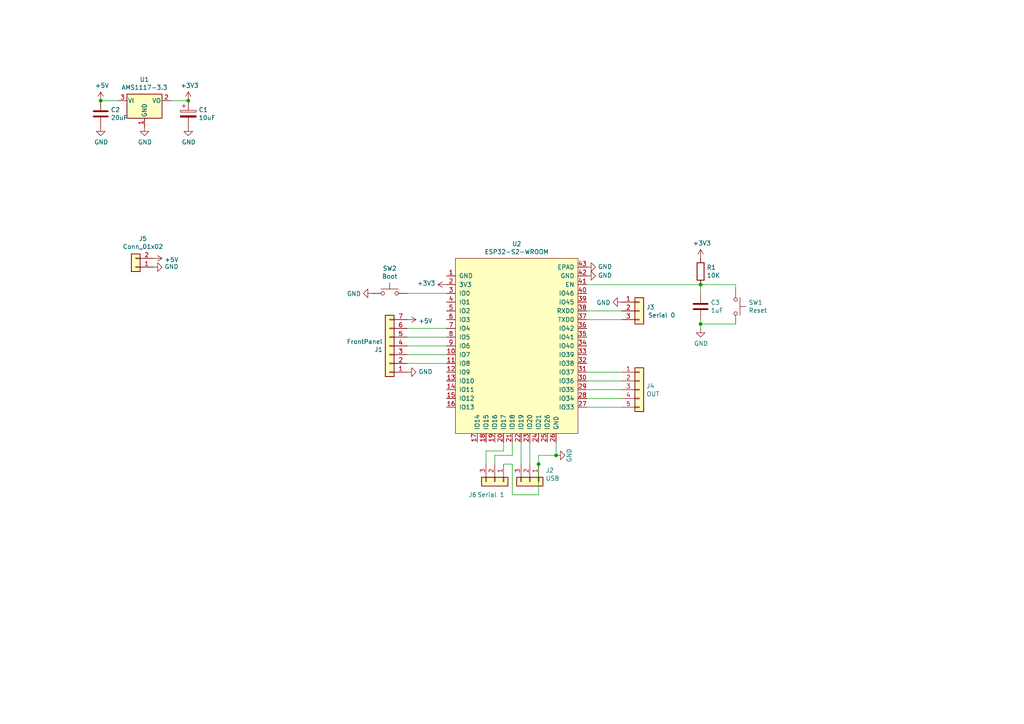
<source format=kicad_sch>
(kicad_sch (version 20211123) (generator eeschema)

  (uuid 941a050f-ace2-431e-a1e7-152b3e62fad3)

  (paper "A4")

  (lib_symbols
    (symbol "Connector_Generic:Conn_01x02" (pin_names (offset 1.016) hide) (in_bom yes) (on_board yes)
      (property "Reference" "J" (id 0) (at 0 2.54 0)
        (effects (font (size 1.27 1.27)))
      )
      (property "Value" "Conn_01x02" (id 1) (at 0 -5.08 0)
        (effects (font (size 1.27 1.27)))
      )
      (property "Footprint" "" (id 2) (at 0 0 0)
        (effects (font (size 1.27 1.27)) hide)
      )
      (property "Datasheet" "~" (id 3) (at 0 0 0)
        (effects (font (size 1.27 1.27)) hide)
      )
      (property "ki_keywords" "connector" (id 4) (at 0 0 0)
        (effects (font (size 1.27 1.27)) hide)
      )
      (property "ki_description" "Generic connector, single row, 01x02, script generated (kicad-library-utils/schlib/autogen/connector/)" (id 5) (at 0 0 0)
        (effects (font (size 1.27 1.27)) hide)
      )
      (property "ki_fp_filters" "Connector*:*_1x??_*" (id 6) (at 0 0 0)
        (effects (font (size 1.27 1.27)) hide)
      )
      (symbol "Conn_01x02_1_1"
        (rectangle (start -1.27 -2.413) (end 0 -2.667)
          (stroke (width 0.1524) (type default) (color 0 0 0 0))
          (fill (type none))
        )
        (rectangle (start -1.27 0.127) (end 0 -0.127)
          (stroke (width 0.1524) (type default) (color 0 0 0 0))
          (fill (type none))
        )
        (rectangle (start -1.27 1.27) (end 1.27 -3.81)
          (stroke (width 0.254) (type default) (color 0 0 0 0))
          (fill (type background))
        )
        (pin passive line (at -5.08 0 0) (length 3.81)
          (name "Pin_1" (effects (font (size 1.27 1.27))))
          (number "1" (effects (font (size 1.27 1.27))))
        )
        (pin passive line (at -5.08 -2.54 0) (length 3.81)
          (name "Pin_2" (effects (font (size 1.27 1.27))))
          (number "2" (effects (font (size 1.27 1.27))))
        )
      )
    )
    (symbol "Connector_Generic:Conn_01x03" (pin_names (offset 1.016) hide) (in_bom yes) (on_board yes)
      (property "Reference" "J" (id 0) (at 0 5.08 0)
        (effects (font (size 1.27 1.27)))
      )
      (property "Value" "Conn_01x03" (id 1) (at 0 -5.08 0)
        (effects (font (size 1.27 1.27)))
      )
      (property "Footprint" "" (id 2) (at 0 0 0)
        (effects (font (size 1.27 1.27)) hide)
      )
      (property "Datasheet" "~" (id 3) (at 0 0 0)
        (effects (font (size 1.27 1.27)) hide)
      )
      (property "ki_keywords" "connector" (id 4) (at 0 0 0)
        (effects (font (size 1.27 1.27)) hide)
      )
      (property "ki_description" "Generic connector, single row, 01x03, script generated (kicad-library-utils/schlib/autogen/connector/)" (id 5) (at 0 0 0)
        (effects (font (size 1.27 1.27)) hide)
      )
      (property "ki_fp_filters" "Connector*:*_1x??_*" (id 6) (at 0 0 0)
        (effects (font (size 1.27 1.27)) hide)
      )
      (symbol "Conn_01x03_1_1"
        (rectangle (start -1.27 -2.413) (end 0 -2.667)
          (stroke (width 0.1524) (type default) (color 0 0 0 0))
          (fill (type none))
        )
        (rectangle (start -1.27 0.127) (end 0 -0.127)
          (stroke (width 0.1524) (type default) (color 0 0 0 0))
          (fill (type none))
        )
        (rectangle (start -1.27 2.667) (end 0 2.413)
          (stroke (width 0.1524) (type default) (color 0 0 0 0))
          (fill (type none))
        )
        (rectangle (start -1.27 3.81) (end 1.27 -3.81)
          (stroke (width 0.254) (type default) (color 0 0 0 0))
          (fill (type background))
        )
        (pin passive line (at -5.08 2.54 0) (length 3.81)
          (name "Pin_1" (effects (font (size 1.27 1.27))))
          (number "1" (effects (font (size 1.27 1.27))))
        )
        (pin passive line (at -5.08 0 0) (length 3.81)
          (name "Pin_2" (effects (font (size 1.27 1.27))))
          (number "2" (effects (font (size 1.27 1.27))))
        )
        (pin passive line (at -5.08 -2.54 0) (length 3.81)
          (name "Pin_3" (effects (font (size 1.27 1.27))))
          (number "3" (effects (font (size 1.27 1.27))))
        )
      )
    )
    (symbol "Connector_Generic:Conn_01x05" (pin_names (offset 1.016) hide) (in_bom yes) (on_board yes)
      (property "Reference" "J" (id 0) (at 0 7.62 0)
        (effects (font (size 1.27 1.27)))
      )
      (property "Value" "Conn_01x05" (id 1) (at 0 -7.62 0)
        (effects (font (size 1.27 1.27)))
      )
      (property "Footprint" "" (id 2) (at 0 0 0)
        (effects (font (size 1.27 1.27)) hide)
      )
      (property "Datasheet" "~" (id 3) (at 0 0 0)
        (effects (font (size 1.27 1.27)) hide)
      )
      (property "ki_keywords" "connector" (id 4) (at 0 0 0)
        (effects (font (size 1.27 1.27)) hide)
      )
      (property "ki_description" "Generic connector, single row, 01x05, script generated (kicad-library-utils/schlib/autogen/connector/)" (id 5) (at 0 0 0)
        (effects (font (size 1.27 1.27)) hide)
      )
      (property "ki_fp_filters" "Connector*:*_1x??_*" (id 6) (at 0 0 0)
        (effects (font (size 1.27 1.27)) hide)
      )
      (symbol "Conn_01x05_1_1"
        (rectangle (start -1.27 -4.953) (end 0 -5.207)
          (stroke (width 0.1524) (type default) (color 0 0 0 0))
          (fill (type none))
        )
        (rectangle (start -1.27 -2.413) (end 0 -2.667)
          (stroke (width 0.1524) (type default) (color 0 0 0 0))
          (fill (type none))
        )
        (rectangle (start -1.27 0.127) (end 0 -0.127)
          (stroke (width 0.1524) (type default) (color 0 0 0 0))
          (fill (type none))
        )
        (rectangle (start -1.27 2.667) (end 0 2.413)
          (stroke (width 0.1524) (type default) (color 0 0 0 0))
          (fill (type none))
        )
        (rectangle (start -1.27 5.207) (end 0 4.953)
          (stroke (width 0.1524) (type default) (color 0 0 0 0))
          (fill (type none))
        )
        (rectangle (start -1.27 6.35) (end 1.27 -6.35)
          (stroke (width 0.254) (type default) (color 0 0 0 0))
          (fill (type background))
        )
        (pin passive line (at -5.08 5.08 0) (length 3.81)
          (name "Pin_1" (effects (font (size 1.27 1.27))))
          (number "1" (effects (font (size 1.27 1.27))))
        )
        (pin passive line (at -5.08 2.54 0) (length 3.81)
          (name "Pin_2" (effects (font (size 1.27 1.27))))
          (number "2" (effects (font (size 1.27 1.27))))
        )
        (pin passive line (at -5.08 0 0) (length 3.81)
          (name "Pin_3" (effects (font (size 1.27 1.27))))
          (number "3" (effects (font (size 1.27 1.27))))
        )
        (pin passive line (at -5.08 -2.54 0) (length 3.81)
          (name "Pin_4" (effects (font (size 1.27 1.27))))
          (number "4" (effects (font (size 1.27 1.27))))
        )
        (pin passive line (at -5.08 -5.08 0) (length 3.81)
          (name "Pin_5" (effects (font (size 1.27 1.27))))
          (number "5" (effects (font (size 1.27 1.27))))
        )
      )
    )
    (symbol "Connector_Generic:Conn_01x07" (pin_names (offset 1.016) hide) (in_bom yes) (on_board yes)
      (property "Reference" "J" (id 0) (at 0 10.16 0)
        (effects (font (size 1.27 1.27)))
      )
      (property "Value" "Conn_01x07" (id 1) (at 0 -10.16 0)
        (effects (font (size 1.27 1.27)))
      )
      (property "Footprint" "" (id 2) (at 0 0 0)
        (effects (font (size 1.27 1.27)) hide)
      )
      (property "Datasheet" "~" (id 3) (at 0 0 0)
        (effects (font (size 1.27 1.27)) hide)
      )
      (property "ki_keywords" "connector" (id 4) (at 0 0 0)
        (effects (font (size 1.27 1.27)) hide)
      )
      (property "ki_description" "Generic connector, single row, 01x07, script generated (kicad-library-utils/schlib/autogen/connector/)" (id 5) (at 0 0 0)
        (effects (font (size 1.27 1.27)) hide)
      )
      (property "ki_fp_filters" "Connector*:*_1x??_*" (id 6) (at 0 0 0)
        (effects (font (size 1.27 1.27)) hide)
      )
      (symbol "Conn_01x07_1_1"
        (rectangle (start -1.27 -7.493) (end 0 -7.747)
          (stroke (width 0.1524) (type default) (color 0 0 0 0))
          (fill (type none))
        )
        (rectangle (start -1.27 -4.953) (end 0 -5.207)
          (stroke (width 0.1524) (type default) (color 0 0 0 0))
          (fill (type none))
        )
        (rectangle (start -1.27 -2.413) (end 0 -2.667)
          (stroke (width 0.1524) (type default) (color 0 0 0 0))
          (fill (type none))
        )
        (rectangle (start -1.27 0.127) (end 0 -0.127)
          (stroke (width 0.1524) (type default) (color 0 0 0 0))
          (fill (type none))
        )
        (rectangle (start -1.27 2.667) (end 0 2.413)
          (stroke (width 0.1524) (type default) (color 0 0 0 0))
          (fill (type none))
        )
        (rectangle (start -1.27 5.207) (end 0 4.953)
          (stroke (width 0.1524) (type default) (color 0 0 0 0))
          (fill (type none))
        )
        (rectangle (start -1.27 7.747) (end 0 7.493)
          (stroke (width 0.1524) (type default) (color 0 0 0 0))
          (fill (type none))
        )
        (rectangle (start -1.27 8.89) (end 1.27 -8.89)
          (stroke (width 0.254) (type default) (color 0 0 0 0))
          (fill (type background))
        )
        (pin passive line (at -5.08 7.62 0) (length 3.81)
          (name "Pin_1" (effects (font (size 1.27 1.27))))
          (number "1" (effects (font (size 1.27 1.27))))
        )
        (pin passive line (at -5.08 5.08 0) (length 3.81)
          (name "Pin_2" (effects (font (size 1.27 1.27))))
          (number "2" (effects (font (size 1.27 1.27))))
        )
        (pin passive line (at -5.08 2.54 0) (length 3.81)
          (name "Pin_3" (effects (font (size 1.27 1.27))))
          (number "3" (effects (font (size 1.27 1.27))))
        )
        (pin passive line (at -5.08 0 0) (length 3.81)
          (name "Pin_4" (effects (font (size 1.27 1.27))))
          (number "4" (effects (font (size 1.27 1.27))))
        )
        (pin passive line (at -5.08 -2.54 0) (length 3.81)
          (name "Pin_5" (effects (font (size 1.27 1.27))))
          (number "5" (effects (font (size 1.27 1.27))))
        )
        (pin passive line (at -5.08 -5.08 0) (length 3.81)
          (name "Pin_6" (effects (font (size 1.27 1.27))))
          (number "6" (effects (font (size 1.27 1.27))))
        )
        (pin passive line (at -5.08 -7.62 0) (length 3.81)
          (name "Pin_7" (effects (font (size 1.27 1.27))))
          (number "7" (effects (font (size 1.27 1.27))))
        )
      )
    )
    (symbol "Device:C" (pin_numbers hide) (pin_names (offset 0.254)) (in_bom yes) (on_board yes)
      (property "Reference" "C" (id 0) (at 0.635 2.54 0)
        (effects (font (size 1.27 1.27)) (justify left))
      )
      (property "Value" "C" (id 1) (at 0.635 -2.54 0)
        (effects (font (size 1.27 1.27)) (justify left))
      )
      (property "Footprint" "" (id 2) (at 0.9652 -3.81 0)
        (effects (font (size 1.27 1.27)) hide)
      )
      (property "Datasheet" "~" (id 3) (at 0 0 0)
        (effects (font (size 1.27 1.27)) hide)
      )
      (property "ki_keywords" "cap capacitor" (id 4) (at 0 0 0)
        (effects (font (size 1.27 1.27)) hide)
      )
      (property "ki_description" "Unpolarized capacitor" (id 5) (at 0 0 0)
        (effects (font (size 1.27 1.27)) hide)
      )
      (property "ki_fp_filters" "C_*" (id 6) (at 0 0 0)
        (effects (font (size 1.27 1.27)) hide)
      )
      (symbol "C_0_1"
        (polyline
          (pts
            (xy -2.032 -0.762)
            (xy 2.032 -0.762)
          )
          (stroke (width 0.508) (type default) (color 0 0 0 0))
          (fill (type none))
        )
        (polyline
          (pts
            (xy -2.032 0.762)
            (xy 2.032 0.762)
          )
          (stroke (width 0.508) (type default) (color 0 0 0 0))
          (fill (type none))
        )
      )
      (symbol "C_1_1"
        (pin passive line (at 0 3.81 270) (length 2.794)
          (name "~" (effects (font (size 1.27 1.27))))
          (number "1" (effects (font (size 1.27 1.27))))
        )
        (pin passive line (at 0 -3.81 90) (length 2.794)
          (name "~" (effects (font (size 1.27 1.27))))
          (number "2" (effects (font (size 1.27 1.27))))
        )
      )
    )
    (symbol "Device:R" (pin_numbers hide) (pin_names (offset 0)) (in_bom yes) (on_board yes)
      (property "Reference" "R" (id 0) (at 2.032 0 90)
        (effects (font (size 1.27 1.27)))
      )
      (property "Value" "R" (id 1) (at 0 0 90)
        (effects (font (size 1.27 1.27)))
      )
      (property "Footprint" "" (id 2) (at -1.778 0 90)
        (effects (font (size 1.27 1.27)) hide)
      )
      (property "Datasheet" "~" (id 3) (at 0 0 0)
        (effects (font (size 1.27 1.27)) hide)
      )
      (property "ki_keywords" "R res resistor" (id 4) (at 0 0 0)
        (effects (font (size 1.27 1.27)) hide)
      )
      (property "ki_description" "Resistor" (id 5) (at 0 0 0)
        (effects (font (size 1.27 1.27)) hide)
      )
      (property "ki_fp_filters" "R_*" (id 6) (at 0 0 0)
        (effects (font (size 1.27 1.27)) hide)
      )
      (symbol "R_0_1"
        (rectangle (start -1.016 -2.54) (end 1.016 2.54)
          (stroke (width 0.254) (type default) (color 0 0 0 0))
          (fill (type none))
        )
      )
      (symbol "R_1_1"
        (pin passive line (at 0 3.81 270) (length 1.27)
          (name "~" (effects (font (size 1.27 1.27))))
          (number "1" (effects (font (size 1.27 1.27))))
        )
        (pin passive line (at 0 -3.81 90) (length 1.27)
          (name "~" (effects (font (size 1.27 1.27))))
          (number "2" (effects (font (size 1.27 1.27))))
        )
      )
    )
    (symbol "Regulator_Linear:AMS1117-3.3" (pin_names (offset 0.254)) (in_bom yes) (on_board yes)
      (property "Reference" "U" (id 0) (at -3.81 3.175 0)
        (effects (font (size 1.27 1.27)))
      )
      (property "Value" "AMS1117-3.3" (id 1) (at 0 3.175 0)
        (effects (font (size 1.27 1.27)) (justify left))
      )
      (property "Footprint" "Package_TO_SOT_SMD:SOT-223-3_TabPin2" (id 2) (at 0 5.08 0)
        (effects (font (size 1.27 1.27)) hide)
      )
      (property "Datasheet" "http://www.advanced-monolithic.com/pdf/ds1117.pdf" (id 3) (at 2.54 -6.35 0)
        (effects (font (size 1.27 1.27)) hide)
      )
      (property "ki_keywords" "linear regulator ldo fixed positive" (id 4) (at 0 0 0)
        (effects (font (size 1.27 1.27)) hide)
      )
      (property "ki_description" "1A Low Dropout regulator, positive, 3.3V fixed output, SOT-223" (id 5) (at 0 0 0)
        (effects (font (size 1.27 1.27)) hide)
      )
      (property "ki_fp_filters" "SOT?223*TabPin2*" (id 6) (at 0 0 0)
        (effects (font (size 1.27 1.27)) hide)
      )
      (symbol "AMS1117-3.3_0_1"
        (rectangle (start -5.08 -5.08) (end 5.08 1.905)
          (stroke (width 0.254) (type default) (color 0 0 0 0))
          (fill (type background))
        )
      )
      (symbol "AMS1117-3.3_1_1"
        (pin power_in line (at 0 -7.62 90) (length 2.54)
          (name "GND" (effects (font (size 1.27 1.27))))
          (number "1" (effects (font (size 1.27 1.27))))
        )
        (pin power_out line (at 7.62 0 180) (length 2.54)
          (name "VO" (effects (font (size 1.27 1.27))))
          (number "2" (effects (font (size 1.27 1.27))))
        )
        (pin power_in line (at -7.62 0 0) (length 2.54)
          (name "VI" (effects (font (size 1.27 1.27))))
          (number "3" (effects (font (size 1.27 1.27))))
        )
      )
    )
    (symbol "Switch:SW_Push" (pin_numbers hide) (pin_names (offset 1.016) hide) (in_bom yes) (on_board yes)
      (property "Reference" "SW" (id 0) (at 1.27 2.54 0)
        (effects (font (size 1.27 1.27)) (justify left))
      )
      (property "Value" "SW_Push" (id 1) (at 0 -1.524 0)
        (effects (font (size 1.27 1.27)))
      )
      (property "Footprint" "" (id 2) (at 0 5.08 0)
        (effects (font (size 1.27 1.27)) hide)
      )
      (property "Datasheet" "~" (id 3) (at 0 5.08 0)
        (effects (font (size 1.27 1.27)) hide)
      )
      (property "ki_keywords" "switch normally-open pushbutton push-button" (id 4) (at 0 0 0)
        (effects (font (size 1.27 1.27)) hide)
      )
      (property "ki_description" "Push button switch, generic, two pins" (id 5) (at 0 0 0)
        (effects (font (size 1.27 1.27)) hide)
      )
      (symbol "SW_Push_0_1"
        (circle (center -2.032 0) (radius 0.508)
          (stroke (width 0) (type default) (color 0 0 0 0))
          (fill (type none))
        )
        (polyline
          (pts
            (xy 0 1.27)
            (xy 0 3.048)
          )
          (stroke (width 0) (type default) (color 0 0 0 0))
          (fill (type none))
        )
        (polyline
          (pts
            (xy 2.54 1.27)
            (xy -2.54 1.27)
          )
          (stroke (width 0) (type default) (color 0 0 0 0))
          (fill (type none))
        )
        (circle (center 2.032 0) (radius 0.508)
          (stroke (width 0) (type default) (color 0 0 0 0))
          (fill (type none))
        )
        (pin passive line (at -5.08 0 0) (length 2.54)
          (name "1" (effects (font (size 1.27 1.27))))
          (number "1" (effects (font (size 1.27 1.27))))
        )
        (pin passive line (at 5.08 0 180) (length 2.54)
          (name "2" (effects (font (size 1.27 1.27))))
          (number "2" (effects (font (size 1.27 1.27))))
        )
      )
    )
    (symbol "breakout_board-rescue:CP-Device" (pin_numbers hide) (pin_names (offset 0.254)) (in_bom yes) (on_board yes)
      (property "Reference" "C" (id 0) (at 0.635 2.54 0)
        (effects (font (size 1.27 1.27)) (justify left))
      )
      (property "Value" "CP-Device" (id 1) (at 0.635 -2.54 0)
        (effects (font (size 1.27 1.27)) (justify left))
      )
      (property "Footprint" "" (id 2) (at 0.9652 -3.81 0)
        (effects (font (size 1.27 1.27)) hide)
      )
      (property "Datasheet" "" (id 3) (at 0 0 0)
        (effects (font (size 1.27 1.27)) hide)
      )
      (property "ki_fp_filters" "CP_*" (id 4) (at 0 0 0)
        (effects (font (size 1.27 1.27)) hide)
      )
      (symbol "CP-Device_0_1"
        (rectangle (start -2.286 0.508) (end 2.286 1.016)
          (stroke (width 0) (type default) (color 0 0 0 0))
          (fill (type none))
        )
        (polyline
          (pts
            (xy -1.778 2.286)
            (xy -0.762 2.286)
          )
          (stroke (width 0) (type default) (color 0 0 0 0))
          (fill (type none))
        )
        (polyline
          (pts
            (xy -1.27 2.794)
            (xy -1.27 1.778)
          )
          (stroke (width 0) (type default) (color 0 0 0 0))
          (fill (type none))
        )
        (rectangle (start 2.286 -0.508) (end -2.286 -1.016)
          (stroke (width 0) (type default) (color 0 0 0 0))
          (fill (type outline))
        )
      )
      (symbol "CP-Device_1_1"
        (pin passive line (at 0 3.81 270) (length 2.794)
          (name "~" (effects (font (size 1.27 1.27))))
          (number "1" (effects (font (size 1.27 1.27))))
        )
        (pin passive line (at 0 -3.81 90) (length 2.794)
          (name "~" (effects (font (size 1.27 1.27))))
          (number "2" (effects (font (size 1.27 1.27))))
        )
      )
    )
    (symbol "breakout_board-rescue:ESP32-S2-WROOM-ESP32-S2-WROOM" (pin_names (offset 1.016)) (in_bom yes) (on_board yes)
      (property "Reference" "U" (id 0) (at 0 6.35 0)
        (effects (font (size 1.27 1.27)))
      )
      (property "Value" "ESP32-S2-WROOM-ESP32-S2-WROOM" (id 1) (at 0 3.81 0)
        (effects (font (size 1.27 1.27)))
      )
      (property "Footprint" "" (id 2) (at 0 8.89 0)
        (effects (font (size 1.27 1.27)) hide)
      )
      (property "Datasheet" "" (id 3) (at 0 10.16 0)
        (effects (font (size 1.27 1.27)) hide)
      )
      (symbol "ESP32-S2-WROOM-ESP32-S2-WROOM_0_0"
        (pin power_in line (at -20.32 -5.08 0) (length 2.54)
          (name "GND" (effects (font (size 1.27 1.27))))
          (number "1" (effects (font (size 1.27 1.27))))
        )
        (pin power_in line (at -20.32 -7.62 0) (length 2.54)
          (name "3V3" (effects (font (size 1.27 1.27))))
          (number "2" (effects (font (size 1.27 1.27))))
        )
        (pin tri_state line (at -20.32 -10.16 0) (length 2.54)
          (name "IO0" (effects (font (size 1.27 1.27))))
          (number "3" (effects (font (size 1.27 1.27))))
        )
        (pin tri_state line (at -20.32 -12.7 0) (length 2.54)
          (name "IO1" (effects (font (size 1.27 1.27))))
          (number "4" (effects (font (size 1.27 1.27))))
        )
        (pin tri_state line (at -20.32 -15.24 0) (length 2.54)
          (name "IO2" (effects (font (size 1.27 1.27))))
          (number "5" (effects (font (size 1.27 1.27))))
        )
      )
      (symbol "ESP32-S2-WROOM-ESP32-S2-WROOM_0_1"
        (rectangle (start -17.78 0) (end 17.78 -50.8)
          (stroke (width 0) (type default) (color 0 0 0 0))
          (fill (type background))
        )
      )
      (symbol "ESP32-S2-WROOM-ESP32-S2-WROOM_1_1"
        (pin tri_state line (at -20.32 -27.94 0) (length 2.54)
          (name "IO7" (effects (font (size 1.27 1.27))))
          (number "10" (effects (font (size 1.27 1.27))))
        )
        (pin tri_state line (at -20.32 -30.48 0) (length 2.54)
          (name "IO8" (effects (font (size 1.27 1.27))))
          (number "11" (effects (font (size 1.27 1.27))))
        )
        (pin tri_state line (at -20.32 -33.02 0) (length 2.54)
          (name "IO9" (effects (font (size 1.27 1.27))))
          (number "12" (effects (font (size 1.27 1.27))))
        )
        (pin tri_state line (at -20.32 -35.56 0) (length 2.54)
          (name "IO10" (effects (font (size 1.27 1.27))))
          (number "13" (effects (font (size 1.27 1.27))))
        )
        (pin tri_state line (at -20.32 -38.1 0) (length 2.54)
          (name "IO11" (effects (font (size 1.27 1.27))))
          (number "14" (effects (font (size 1.27 1.27))))
        )
        (pin tri_state line (at -20.32 -40.64 0) (length 2.54)
          (name "IO12" (effects (font (size 1.27 1.27))))
          (number "15" (effects (font (size 1.27 1.27))))
        )
        (pin tri_state line (at -20.32 -43.18 0) (length 2.54)
          (name "IO13" (effects (font (size 1.27 1.27))))
          (number "16" (effects (font (size 1.27 1.27))))
        )
        (pin tri_state line (at -11.43 -53.34 90) (length 2.54)
          (name "IO14" (effects (font (size 1.27 1.27))))
          (number "17" (effects (font (size 1.27 1.27))))
        )
        (pin tri_state line (at -8.89 -53.34 90) (length 2.54)
          (name "IO15" (effects (font (size 1.27 1.27))))
          (number "18" (effects (font (size 1.27 1.27))))
        )
        (pin tri_state line (at -6.35 -53.34 90) (length 2.54)
          (name "IO16" (effects (font (size 1.27 1.27))))
          (number "19" (effects (font (size 1.27 1.27))))
        )
        (pin tri_state line (at -3.81 -53.34 90) (length 2.54)
          (name "IO17" (effects (font (size 1.27 1.27))))
          (number "20" (effects (font (size 1.27 1.27))))
        )
        (pin tri_state line (at -1.27 -53.34 90) (length 2.54)
          (name "IO18" (effects (font (size 1.27 1.27))))
          (number "21" (effects (font (size 1.27 1.27))))
        )
        (pin tri_state line (at 1.27 -53.34 90) (length 2.54)
          (name "IO19" (effects (font (size 1.27 1.27))))
          (number "22" (effects (font (size 1.27 1.27))))
        )
        (pin tri_state line (at 3.81 -53.34 90) (length 2.54)
          (name "IO20" (effects (font (size 1.27 1.27))))
          (number "23" (effects (font (size 1.27 1.27))))
        )
        (pin tri_state line (at 6.35 -53.34 90) (length 2.54)
          (name "IO21" (effects (font (size 1.27 1.27))))
          (number "24" (effects (font (size 1.27 1.27))))
        )
        (pin tri_state line (at 8.89 -53.34 90) (length 2.54)
          (name "IO26" (effects (font (size 1.27 1.27))))
          (number "25" (effects (font (size 1.27 1.27))))
        )
        (pin power_in line (at 11.43 -53.34 90) (length 2.54)
          (name "GND" (effects (font (size 1.27 1.27))))
          (number "26" (effects (font (size 1.27 1.27))))
        )
        (pin tri_state line (at 20.32 -43.18 180) (length 2.54)
          (name "IO33" (effects (font (size 1.27 1.27))))
          (number "27" (effects (font (size 1.27 1.27))))
        )
        (pin tri_state line (at 20.32 -40.64 180) (length 2.54)
          (name "IO34" (effects (font (size 1.27 1.27))))
          (number "28" (effects (font (size 1.27 1.27))))
        )
        (pin tri_state line (at 20.32 -38.1 180) (length 2.54)
          (name "IO35" (effects (font (size 1.27 1.27))))
          (number "29" (effects (font (size 1.27 1.27))))
        )
        (pin tri_state line (at 20.32 -35.56 180) (length 2.54)
          (name "IO36" (effects (font (size 1.27 1.27))))
          (number "30" (effects (font (size 1.27 1.27))))
        )
        (pin tri_state line (at 20.32 -33.02 180) (length 2.54)
          (name "IO37" (effects (font (size 1.27 1.27))))
          (number "31" (effects (font (size 1.27 1.27))))
        )
        (pin tri_state line (at 20.32 -30.48 180) (length 2.54)
          (name "IO38" (effects (font (size 1.27 1.27))))
          (number "32" (effects (font (size 1.27 1.27))))
        )
        (pin tri_state line (at 20.32 -27.94 180) (length 2.54)
          (name "IO39" (effects (font (size 1.27 1.27))))
          (number "33" (effects (font (size 1.27 1.27))))
        )
        (pin tri_state line (at 20.32 -25.4 180) (length 2.54)
          (name "IO40" (effects (font (size 1.27 1.27))))
          (number "34" (effects (font (size 1.27 1.27))))
        )
        (pin tri_state line (at 20.32 -22.86 180) (length 2.54)
          (name "IO41" (effects (font (size 1.27 1.27))))
          (number "35" (effects (font (size 1.27 1.27))))
        )
        (pin tri_state line (at 20.32 -20.32 180) (length 2.54)
          (name "IO42" (effects (font (size 1.27 1.27))))
          (number "36" (effects (font (size 1.27 1.27))))
        )
        (pin tri_state line (at 20.32 -17.78 180) (length 2.54)
          (name "TXD0" (effects (font (size 1.27 1.27))))
          (number "37" (effects (font (size 1.27 1.27))))
        )
        (pin tri_state line (at 20.32 -15.24 180) (length 2.54)
          (name "RXD0" (effects (font (size 1.27 1.27))))
          (number "38" (effects (font (size 1.27 1.27))))
        )
        (pin tri_state line (at 20.32 -12.7 180) (length 2.54)
          (name "IO45" (effects (font (size 1.27 1.27))))
          (number "39" (effects (font (size 1.27 1.27))))
        )
        (pin input line (at 20.32 -10.16 180) (length 2.54)
          (name "IO46" (effects (font (size 1.27 1.27))))
          (number "40" (effects (font (size 1.27 1.27))))
        )
        (pin input line (at 20.32 -7.62 180) (length 2.54)
          (name "EN" (effects (font (size 1.27 1.27))))
          (number "41" (effects (font (size 1.27 1.27))))
        )
        (pin power_in line (at 20.32 -5.08 180) (length 2.54)
          (name "GND" (effects (font (size 1.27 1.27))))
          (number "42" (effects (font (size 1.27 1.27))))
        )
        (pin power_in line (at 20.32 -2.54 180) (length 2.54)
          (name "EPAD" (effects (font (size 1.27 1.27))))
          (number "43" (effects (font (size 1.27 1.27))))
        )
        (pin tri_state line (at -20.32 -17.78 0) (length 2.54)
          (name "IO3" (effects (font (size 1.27 1.27))))
          (number "6" (effects (font (size 1.27 1.27))))
        )
        (pin tri_state line (at -20.32 -20.32 0) (length 2.54)
          (name "IO4" (effects (font (size 1.27 1.27))))
          (number "7" (effects (font (size 1.27 1.27))))
        )
        (pin tri_state line (at -20.32 -22.86 0) (length 2.54)
          (name "IO5" (effects (font (size 1.27 1.27))))
          (number "8" (effects (font (size 1.27 1.27))))
        )
        (pin tri_state line (at -20.32 -25.4 0) (length 2.54)
          (name "IO6" (effects (font (size 1.27 1.27))))
          (number "9" (effects (font (size 1.27 1.27))))
        )
      )
    )
    (symbol "power:+3V3" (power) (pin_names (offset 0)) (in_bom yes) (on_board yes)
      (property "Reference" "#PWR" (id 0) (at 0 -3.81 0)
        (effects (font (size 1.27 1.27)) hide)
      )
      (property "Value" "+3V3" (id 1) (at 0 3.556 0)
        (effects (font (size 1.27 1.27)))
      )
      (property "Footprint" "" (id 2) (at 0 0 0)
        (effects (font (size 1.27 1.27)) hide)
      )
      (property "Datasheet" "" (id 3) (at 0 0 0)
        (effects (font (size 1.27 1.27)) hide)
      )
      (property "ki_keywords" "power-flag" (id 4) (at 0 0 0)
        (effects (font (size 1.27 1.27)) hide)
      )
      (property "ki_description" "Power symbol creates a global label with name \"+3V3\"" (id 5) (at 0 0 0)
        (effects (font (size 1.27 1.27)) hide)
      )
      (symbol "+3V3_0_1"
        (polyline
          (pts
            (xy -0.762 1.27)
            (xy 0 2.54)
          )
          (stroke (width 0) (type default) (color 0 0 0 0))
          (fill (type none))
        )
        (polyline
          (pts
            (xy 0 0)
            (xy 0 2.54)
          )
          (stroke (width 0) (type default) (color 0 0 0 0))
          (fill (type none))
        )
        (polyline
          (pts
            (xy 0 2.54)
            (xy 0.762 1.27)
          )
          (stroke (width 0) (type default) (color 0 0 0 0))
          (fill (type none))
        )
      )
      (symbol "+3V3_1_1"
        (pin power_in line (at 0 0 90) (length 0) hide
          (name "+3V3" (effects (font (size 1.27 1.27))))
          (number "1" (effects (font (size 1.27 1.27))))
        )
      )
    )
    (symbol "power:+5V" (power) (pin_names (offset 0)) (in_bom yes) (on_board yes)
      (property "Reference" "#PWR" (id 0) (at 0 -3.81 0)
        (effects (font (size 1.27 1.27)) hide)
      )
      (property "Value" "+5V" (id 1) (at 0 3.556 0)
        (effects (font (size 1.27 1.27)))
      )
      (property "Footprint" "" (id 2) (at 0 0 0)
        (effects (font (size 1.27 1.27)) hide)
      )
      (property "Datasheet" "" (id 3) (at 0 0 0)
        (effects (font (size 1.27 1.27)) hide)
      )
      (property "ki_keywords" "power-flag" (id 4) (at 0 0 0)
        (effects (font (size 1.27 1.27)) hide)
      )
      (property "ki_description" "Power symbol creates a global label with name \"+5V\"" (id 5) (at 0 0 0)
        (effects (font (size 1.27 1.27)) hide)
      )
      (symbol "+5V_0_1"
        (polyline
          (pts
            (xy -0.762 1.27)
            (xy 0 2.54)
          )
          (stroke (width 0) (type default) (color 0 0 0 0))
          (fill (type none))
        )
        (polyline
          (pts
            (xy 0 0)
            (xy 0 2.54)
          )
          (stroke (width 0) (type default) (color 0 0 0 0))
          (fill (type none))
        )
        (polyline
          (pts
            (xy 0 2.54)
            (xy 0.762 1.27)
          )
          (stroke (width 0) (type default) (color 0 0 0 0))
          (fill (type none))
        )
      )
      (symbol "+5V_1_1"
        (pin power_in line (at 0 0 90) (length 0) hide
          (name "+5V" (effects (font (size 1.27 1.27))))
          (number "1" (effects (font (size 1.27 1.27))))
        )
      )
    )
    (symbol "power:GND" (power) (pin_names (offset 0)) (in_bom yes) (on_board yes)
      (property "Reference" "#PWR" (id 0) (at 0 -6.35 0)
        (effects (font (size 1.27 1.27)) hide)
      )
      (property "Value" "GND" (id 1) (at 0 -3.81 0)
        (effects (font (size 1.27 1.27)))
      )
      (property "Footprint" "" (id 2) (at 0 0 0)
        (effects (font (size 1.27 1.27)) hide)
      )
      (property "Datasheet" "" (id 3) (at 0 0 0)
        (effects (font (size 1.27 1.27)) hide)
      )
      (property "ki_keywords" "power-flag" (id 4) (at 0 0 0)
        (effects (font (size 1.27 1.27)) hide)
      )
      (property "ki_description" "Power symbol creates a global label with name \"GND\" , ground" (id 5) (at 0 0 0)
        (effects (font (size 1.27 1.27)) hide)
      )
      (symbol "GND_0_1"
        (polyline
          (pts
            (xy 0 0)
            (xy 0 -1.27)
            (xy 1.27 -1.27)
            (xy 0 -2.54)
            (xy -1.27 -1.27)
            (xy 0 -1.27)
          )
          (stroke (width 0) (type default) (color 0 0 0 0))
          (fill (type none))
        )
      )
      (symbol "GND_1_1"
        (pin power_in line (at 0 0 270) (length 0) hide
          (name "GND" (effects (font (size 1.27 1.27))))
          (number "1" (effects (font (size 1.27 1.27))))
        )
      )
    )
  )

  (junction (at 161.29 132.08) (diameter 0) (color 0 0 0 0)
    (uuid 12454620-b547-4531-b216-3630397155c9)
  )
  (junction (at 203.2 82.55) (diameter 0) (color 0 0 0 0)
    (uuid 412ec17f-8f32-4c56-9e73-35d1102e091f)
  )
  (junction (at 54.61 29.21) (diameter 0) (color 0 0 0 0)
    (uuid 62075d1b-fb3f-469a-bb9a-8e6092786cb4)
  )
  (junction (at 156.21 134.62) (diameter 0) (color 0 0 0 0)
    (uuid ac401808-552d-45bc-925e-d2f439da5c8b)
  )
  (junction (at 203.2 93.98) (diameter 0) (color 0 0 0 0)
    (uuid b6466d0b-e7af-4942-9a90-f6f42731516f)
  )
  (junction (at 29.21 29.21) (diameter 0) (color 0 0 0 0)
    (uuid b6de6563-1d90-4a60-94fb-e19e0fcf1958)
  )

  (wire (pts (xy 153.67 128.27) (xy 153.67 134.62))
    (stroke (width 0) (type default) (color 0 0 0 0))
    (uuid 0281513e-9e40-4faa-b69f-abfc0348d636)
  )
  (wire (pts (xy 203.2 82.55) (xy 203.2 85.09))
    (stroke (width 0) (type default) (color 0 0 0 0))
    (uuid 0b95858b-818e-4008-9190-dc711eebe8b5)
  )
  (wire (pts (xy 170.18 82.55) (xy 203.2 82.55))
    (stroke (width 0) (type default) (color 0 0 0 0))
    (uuid 0f50ba32-f2ba-4cb8-92cf-837a2f9bec59)
  )
  (wire (pts (xy 129.54 95.25) (xy 118.11 95.25))
    (stroke (width 0) (type default) (color 0 0 0 0))
    (uuid 14119d8f-9e9e-4322-af3e-d984f029a032)
  )
  (wire (pts (xy 213.36 82.55) (xy 213.36 83.82))
    (stroke (width 0) (type default) (color 0 0 0 0))
    (uuid 1c175990-4fec-4d24-930b-bed7de40ec01)
  )
  (wire (pts (xy 203.2 82.55) (xy 213.36 82.55))
    (stroke (width 0) (type default) (color 0 0 0 0))
    (uuid 22484ead-8380-4dbe-835d-4dd4345dc109)
  )
  (wire (pts (xy 156.21 143.51) (xy 156.21 134.62))
    (stroke (width 0) (type default) (color 0 0 0 0))
    (uuid 24c7262e-d92e-44cb-a56e-cd9cd0f1d222)
  )
  (wire (pts (xy 151.13 128.27) (xy 151.13 134.62))
    (stroke (width 0) (type default) (color 0 0 0 0))
    (uuid 27bfff04-7797-41fa-a64a-475941acb645)
  )
  (wire (pts (xy 129.54 97.79) (xy 118.11 97.79))
    (stroke (width 0) (type default) (color 0 0 0 0))
    (uuid 2d69d92d-9ed5-4f5f-9a1d-e944fcac496c)
  )
  (wire (pts (xy 140.97 130.81) (xy 140.97 134.62))
    (stroke (width 0) (type default) (color 0 0 0 0))
    (uuid 32268e7b-c50b-4ee2-a924-467a6bd242e0)
  )
  (wire (pts (xy 161.29 128.27) (xy 161.29 132.08))
    (stroke (width 0) (type default) (color 0 0 0 0))
    (uuid 38233ec4-492e-4b35-9263-3d0d045f80b9)
  )
  (wire (pts (xy 170.18 115.57) (xy 180.34 115.57))
    (stroke (width 0) (type default) (color 0 0 0 0))
    (uuid 3abd1196-429f-4486-b559-974589be8b2e)
  )
  (wire (pts (xy 170.18 118.11) (xy 180.34 118.11))
    (stroke (width 0) (type default) (color 0 0 0 0))
    (uuid 3eccd17d-e1ac-4dc5-9caa-1875d1859609)
  )
  (wire (pts (xy 148.59 128.27) (xy 148.59 132.08))
    (stroke (width 0) (type default) (color 0 0 0 0))
    (uuid 43a8fc79-705e-47f1-89e9-642d36446a8e)
  )
  (wire (pts (xy 118.11 85.09) (xy 129.54 85.09))
    (stroke (width 0) (type default) (color 0 0 0 0))
    (uuid 57ef4624-90d1-4b2d-9349-97bd6af2a0af)
  )
  (wire (pts (xy 148.59 132.08) (xy 143.51 132.08))
    (stroke (width 0) (type default) (color 0 0 0 0))
    (uuid 593a9a2e-d0fa-4883-bc24-45b935acdab2)
  )
  (wire (pts (xy 143.51 132.08) (xy 143.51 134.62))
    (stroke (width 0) (type default) (color 0 0 0 0))
    (uuid 5b114538-be83-4b87-849d-540e72baf767)
  )
  (wire (pts (xy 213.36 93.98) (xy 203.2 93.98))
    (stroke (width 0) (type default) (color 0 0 0 0))
    (uuid 5cdb24f5-9975-46ef-978d-14a01f878ec4)
  )
  (wire (pts (xy 129.54 105.41) (xy 118.11 105.41))
    (stroke (width 0) (type default) (color 0 0 0 0))
    (uuid 62fc8cdb-dfc3-4d08-a8ea-79cbac68aa91)
  )
  (wire (pts (xy 203.2 93.98) (xy 203.2 95.25))
    (stroke (width 0) (type default) (color 0 0 0 0))
    (uuid 64b2d6ef-4341-45ff-a8c3-5aa6e41dc4b1)
  )
  (wire (pts (xy 146.05 130.81) (xy 140.97 130.81))
    (stroke (width 0) (type default) (color 0 0 0 0))
    (uuid 6627eb14-e83d-49ba-86de-1bd1c7972e0d)
  )
  (wire (pts (xy 170.18 110.49) (xy 180.34 110.49))
    (stroke (width 0) (type default) (color 0 0 0 0))
    (uuid 6b2ebb0f-c123-404a-919b-4f567cc3ce34)
  )
  (wire (pts (xy 148.59 134.62) (xy 148.59 143.51))
    (stroke (width 0) (type default) (color 0 0 0 0))
    (uuid 6d32816c-7417-4b0b-b457-81ddacf516e0)
  )
  (wire (pts (xy 129.54 102.87) (xy 118.11 102.87))
    (stroke (width 0) (type default) (color 0 0 0 0))
    (uuid 717299dc-4f4a-49e0-839c-d7029a1bca35)
  )
  (wire (pts (xy 129.54 100.33) (xy 118.11 100.33))
    (stroke (width 0) (type default) (color 0 0 0 0))
    (uuid 75d60e2c-e1c5-423d-8810-e0db20b0e1c7)
  )
  (wire (pts (xy 146.05 134.62) (xy 148.59 134.62))
    (stroke (width 0) (type default) (color 0 0 0 0))
    (uuid 85d4a064-07d2-4051-9448-9a578eb8cb68)
  )
  (wire (pts (xy 148.59 143.51) (xy 156.21 143.51))
    (stroke (width 0) (type default) (color 0 0 0 0))
    (uuid 85fc0b58-8d6e-4572-a6ee-0f79af94440f)
  )
  (wire (pts (xy 146.05 128.27) (xy 146.05 130.81))
    (stroke (width 0) (type default) (color 0 0 0 0))
    (uuid 93bdc7fb-2327-4c1e-9c2e-293e45696d9e)
  )
  (wire (pts (xy 156.21 132.08) (xy 161.29 132.08))
    (stroke (width 0) (type default) (color 0 0 0 0))
    (uuid 9f150521-96ed-426e-a370-934a6342f9b9)
  )
  (wire (pts (xy 170.18 107.95) (xy 180.34 107.95))
    (stroke (width 0) (type default) (color 0 0 0 0))
    (uuid a2a8d27c-fc2e-4955-a193-3135a01e76fb)
  )
  (wire (pts (xy 29.21 29.21) (xy 34.29 29.21))
    (stroke (width 0) (type default) (color 0 0 0 0))
    (uuid a305e90d-0e99-45a4-95e2-0427ed6d64d7)
  )
  (wire (pts (xy 49.53 29.21) (xy 54.61 29.21))
    (stroke (width 0) (type default) (color 0 0 0 0))
    (uuid a83fbc26-71d3-48f7-b4b0-94e2f3078654)
  )
  (wire (pts (xy 203.2 92.71) (xy 203.2 93.98))
    (stroke (width 0) (type default) (color 0 0 0 0))
    (uuid c797a5fb-9632-452d-83b9-0c8a12cb4751)
  )
  (wire (pts (xy 170.18 92.71) (xy 180.34 92.71))
    (stroke (width 0) (type default) (color 0 0 0 0))
    (uuid d68b1d0b-a657-43ad-ad32-039a4ef81373)
  )
  (wire (pts (xy 170.18 90.17) (xy 180.34 90.17))
    (stroke (width 0) (type default) (color 0 0 0 0))
    (uuid dd297e88-810e-4a4d-a241-39965080e252)
  )
  (wire (pts (xy 29.21 30.48) (xy 29.21 29.21))
    (stroke (width 0) (type default) (color 0 0 0 0))
    (uuid edfc5dce-3dfd-49d9-a395-81a31a81fcdc)
  )
  (wire (pts (xy 156.21 132.08) (xy 156.21 134.62))
    (stroke (width 0) (type default) (color 0 0 0 0))
    (uuid efbd9302-6d1a-4a11-9fe9-b5e8072b5f4f)
  )
  (wire (pts (xy 170.18 113.03) (xy 180.34 113.03))
    (stroke (width 0) (type default) (color 0 0 0 0))
    (uuid f5859fa4-36ea-4610-b324-247865b8edc8)
  )

  (symbol (lib_id "power:+5V") (at 29.21 29.21 0) (unit 1)
    (in_bom yes) (on_board yes)
    (uuid 00000000-0000-0000-0000-000061c54a7f)
    (property "Reference" "#PWR0104" (id 0) (at 29.21 33.02 0)
      (effects (font (size 1.27 1.27)) hide)
    )
    (property "Value" "" (id 1) (at 29.591 24.8158 0))
    (property "Footprint" "" (id 2) (at 29.21 29.21 0)
      (effects (font (size 1.27 1.27)) hide)
    )
    (property "Datasheet" "" (id 3) (at 29.21 29.21 0)
      (effects (font (size 1.27 1.27)) hide)
    )
    (pin "1" (uuid 3b0fbfee-d60a-490b-b99d-7a012358f4c7))
  )

  (symbol (lib_id "breakout_board-rescue:ESP32-S2-WROOM-ESP32-S2-WROOM") (at 149.86 74.93 0) (unit 1)
    (in_bom yes) (on_board yes)
    (uuid 00000000-0000-0000-0000-000061c57599)
    (property "Reference" "U2" (id 0) (at 149.86 70.739 0))
    (property "Value" "" (id 1) (at 149.86 73.0504 0))
    (property "Footprint" "" (id 2) (at 149.86 66.04 0)
      (effects (font (size 1.27 1.27)) hide)
    )
    (property "Datasheet" "" (id 3) (at 149.86 64.77 0)
      (effects (font (size 1.27 1.27)) hide)
    )
    (pin "1" (uuid 7b6fe7de-1aa8-42ab-8d65-bdd5d464ba65))
    (pin "2" (uuid a2dcd158-274e-4e40-af00-1b9f826fe08b))
    (pin "3" (uuid aff1a094-0884-4467-9e5b-e95f12fcfd29))
    (pin "4" (uuid e24e353e-2bfd-49ea-accf-0246218f0256))
    (pin "5" (uuid d568e853-d997-4193-829a-e33ef93995bb))
    (pin "10" (uuid 5a0f6e02-f24e-48bd-a41a-0424924ef60b))
    (pin "11" (uuid 86c2cfb3-424b-4e0c-ab9e-44d5f36c5c66))
    (pin "12" (uuid f2f5f656-bfcd-4d4d-af55-e87bbe6c6ffb))
    (pin "13" (uuid 5cd8f877-a05f-4fb4-8780-14b352512c1d))
    (pin "14" (uuid 97907f43-9f52-483f-8ddf-4aeae1d8670a))
    (pin "15" (uuid 2c7a09ce-1027-43d7-8825-7527db0f6e68))
    (pin "16" (uuid 02808a56-c198-4ee9-ae79-d8861f10cb00))
    (pin "17" (uuid 5c136405-ea70-4de5-b6bb-09c3367f4274))
    (pin "18" (uuid 4ed88188-de44-40bb-8fd7-072e60e1b280))
    (pin "19" (uuid e0025758-2b07-4062-87d8-134cbaaae8ae))
    (pin "20" (uuid e50c9f16-5b12-4086-bffd-4dfd61e9a194))
    (pin "21" (uuid 1feba2c9-0266-4271-8195-bd4a76202291))
    (pin "22" (uuid 95518e24-6851-4917-aaf6-dadf2d737f7f))
    (pin "23" (uuid 1ed220b8-c939-4de7-be72-a9db3af02cca))
    (pin "24" (uuid 5bfef9f5-6a0a-4fad-8f03-34557bcc53fc))
    (pin "25" (uuid f15472e4-913d-4c9a-9ee5-d2615b08c16e))
    (pin "26" (uuid bbeeb50d-8e9c-4b4c-afa9-2563e0270da8))
    (pin "27" (uuid 0de70391-9698-46df-bd2a-a03b2c63cfc0))
    (pin "28" (uuid 91fe179f-4996-430d-8604-81fb3f1421a3))
    (pin "29" (uuid 7411ae0f-c2f6-4f5a-a842-004d72ea8388))
    (pin "30" (uuid 5d23aad8-50e3-418a-89ef-5e44546322e2))
    (pin "31" (uuid f4885172-3d0d-4bbf-960e-ebd5132a9e6a))
    (pin "32" (uuid d058ba91-9046-44ee-947e-a2f94211ca2c))
    (pin "33" (uuid 60c04cea-38d3-4e82-92d8-9b5f83173a8c))
    (pin "34" (uuid d1b8fc2b-4845-4a6d-9e5e-3f276614883c))
    (pin "35" (uuid 4461d75a-2c15-47cb-b006-9360b95e9c28))
    (pin "36" (uuid 71c0d251-105c-40f6-bbd7-a027a7a920ea))
    (pin "37" (uuid 0dff4123-fb11-4bd6-8439-a5a6483e17bb))
    (pin "38" (uuid 8c8f745b-8a8c-478b-b2b4-2ae805e16ff0))
    (pin "39" (uuid 35e039fe-eabc-42cb-acd3-ec3e11ef760d))
    (pin "40" (uuid 9d222fca-a3dd-42c4-8cc6-ceef8f32681f))
    (pin "41" (uuid bb7a1ba7-cb4a-41ed-8fd8-eef6127d35d5))
    (pin "42" (uuid a5f5dcd0-f1f1-4faa-8d01-e5f88a9490aa))
    (pin "43" (uuid 56f9e441-658e-4b3a-832e-077bc206f34d))
    (pin "6" (uuid c9f8832d-5b03-4288-94f8-7c09e95ed60b))
    (pin "7" (uuid 62e20e8d-d252-481b-bd3c-d5ccc3dad9c6))
    (pin "8" (uuid 9c9998f5-1baa-4637-929c-eba98dd6dbc5))
    (pin "9" (uuid bd03b1eb-5b83-438a-a432-0b36e14f1f45))
  )

  (symbol (lib_id "Regulator_Linear:AMS1117-3.3") (at 41.91 29.21 0) (unit 1)
    (in_bom yes) (on_board yes)
    (uuid 00000000-0000-0000-0000-000061c5d94e)
    (property "Reference" "U1" (id 0) (at 41.91 23.0632 0))
    (property "Value" "" (id 1) (at 41.91 25.3746 0))
    (property "Footprint" "" (id 2) (at 41.91 24.13 0)
      (effects (font (size 1.27 1.27)) hide)
    )
    (property "Datasheet" "http://www.advanced-monolithic.com/pdf/ds1117.pdf" (id 3) (at 44.45 35.56 0)
      (effects (font (size 1.27 1.27)) hide)
    )
    (pin "1" (uuid 79482fe4-2c17-4fe5-8c02-a2864f1fd44f))
    (pin "2" (uuid 86b9a923-b119-4d7e-92e4-b8f30b81e61b))
    (pin "3" (uuid dbc5f9ce-3859-4927-acbd-f2c595e12218))
  )

  (symbol (lib_id "Device:C") (at 29.21 33.02 0) (unit 1)
    (in_bom yes) (on_board yes)
    (uuid 00000000-0000-0000-0000-000061c5de3e)
    (property "Reference" "C2" (id 0) (at 32.131 31.8516 0)
      (effects (font (size 1.27 1.27)) (justify left))
    )
    (property "Value" "" (id 1) (at 32.131 34.163 0)
      (effects (font (size 1.27 1.27)) (justify left))
    )
    (property "Footprint" "" (id 2) (at 30.1752 36.83 0)
      (effects (font (size 1.27 1.27)) hide)
    )
    (property "Datasheet" "~" (id 3) (at 29.21 33.02 0)
      (effects (font (size 1.27 1.27)) hide)
    )
    (pin "1" (uuid 8e93f7b7-f819-409e-85ed-7df10732a143))
    (pin "2" (uuid 912535df-ba57-4ecd-9ead-c6de784d8adb))
  )

  (symbol (lib_id "power:GND") (at 29.21 36.83 0) (unit 1)
    (in_bom yes) (on_board yes)
    (uuid 00000000-0000-0000-0000-000061c5e724)
    (property "Reference" "#PWR0105" (id 0) (at 29.21 43.18 0)
      (effects (font (size 1.27 1.27)) hide)
    )
    (property "Value" "" (id 1) (at 29.337 41.2242 0))
    (property "Footprint" "" (id 2) (at 29.21 36.83 0)
      (effects (font (size 1.27 1.27)) hide)
    )
    (property "Datasheet" "" (id 3) (at 29.21 36.83 0)
      (effects (font (size 1.27 1.27)) hide)
    )
    (pin "1" (uuid 87c9acf1-dd89-4485-b89b-4c267aafd337))
  )

  (symbol (lib_id "power:GND") (at 41.91 36.83 0) (unit 1)
    (in_bom yes) (on_board yes)
    (uuid 00000000-0000-0000-0000-000061c5f3e2)
    (property "Reference" "#PWR0101" (id 0) (at 41.91 43.18 0)
      (effects (font (size 1.27 1.27)) hide)
    )
    (property "Value" "" (id 1) (at 42.037 41.2242 0))
    (property "Footprint" "" (id 2) (at 41.91 36.83 0)
      (effects (font (size 1.27 1.27)) hide)
    )
    (property "Datasheet" "" (id 3) (at 41.91 36.83 0)
      (effects (font (size 1.27 1.27)) hide)
    )
    (pin "1" (uuid 90b6a0ed-dfc5-4f3c-8fb7-060b1628962b))
  )

  (symbol (lib_id "power:GND") (at 161.29 132.08 90) (unit 1)
    (in_bom yes) (on_board yes)
    (uuid 00000000-0000-0000-0000-000061c61069)
    (property "Reference" "#PWR0102" (id 0) (at 167.64 132.08 0)
      (effects (font (size 1.27 1.27)) hide)
    )
    (property "Value" "" (id 1) (at 165.1 132.08 0))
    (property "Footprint" "" (id 2) (at 161.29 132.08 0)
      (effects (font (size 1.27 1.27)) hide)
    )
    (property "Datasheet" "" (id 3) (at 161.29 132.08 0)
      (effects (font (size 1.27 1.27)) hide)
    )
    (pin "1" (uuid 42b45fa5-d487-47c1-9c65-cc1a245c2141))
  )

  (symbol (lib_id "breakout_board-rescue:CP-Device") (at 54.61 33.02 0) (unit 1)
    (in_bom yes) (on_board yes)
    (uuid 00000000-0000-0000-0000-000061c65125)
    (property "Reference" "C1" (id 0) (at 57.6072 31.8516 0)
      (effects (font (size 1.27 1.27)) (justify left))
    )
    (property "Value" "" (id 1) (at 57.6072 34.163 0)
      (effects (font (size 1.27 1.27)) (justify left))
    )
    (property "Footprint" "" (id 2) (at 55.5752 36.83 0)
      (effects (font (size 1.27 1.27)) hide)
    )
    (property "Datasheet" "~" (id 3) (at 54.61 33.02 0)
      (effects (font (size 1.27 1.27)) hide)
    )
    (pin "1" (uuid 8ed7b9eb-453c-4f66-904e-73f046c75cd2))
    (pin "2" (uuid e78e6ae1-0acd-4b58-9f42-efdc9f43b9f8))
  )

  (symbol (lib_id "power:GND") (at 54.61 36.83 0) (unit 1)
    (in_bom yes) (on_board yes)
    (uuid 00000000-0000-0000-0000-000061c669f7)
    (property "Reference" "#PWR0103" (id 0) (at 54.61 43.18 0)
      (effects (font (size 1.27 1.27)) hide)
    )
    (property "Value" "" (id 1) (at 54.737 41.2242 0))
    (property "Footprint" "" (id 2) (at 54.61 36.83 0)
      (effects (font (size 1.27 1.27)) hide)
    )
    (property "Datasheet" "" (id 3) (at 54.61 36.83 0)
      (effects (font (size 1.27 1.27)) hide)
    )
    (pin "1" (uuid b1c4e7ed-8be7-4420-bc69-f7f035df063a))
  )

  (symbol (lib_id "power:+3V3") (at 54.61 29.21 0) (unit 1)
    (in_bom yes) (on_board yes)
    (uuid 00000000-0000-0000-0000-000061c68674)
    (property "Reference" "#PWR0107" (id 0) (at 54.61 33.02 0)
      (effects (font (size 1.27 1.27)) hide)
    )
    (property "Value" "" (id 1) (at 54.991 24.8158 0))
    (property "Footprint" "" (id 2) (at 54.61 29.21 0)
      (effects (font (size 1.27 1.27)) hide)
    )
    (property "Datasheet" "" (id 3) (at 54.61 29.21 0)
      (effects (font (size 1.27 1.27)) hide)
    )
    (pin "1" (uuid 272c509c-99be-45a2-85a5-a731e652570e))
  )

  (symbol (lib_id "power:+3V3") (at 203.2 74.93 0) (unit 1)
    (in_bom yes) (on_board yes)
    (uuid 00000000-0000-0000-0000-000061c69699)
    (property "Reference" "#PWR0108" (id 0) (at 203.2 78.74 0)
      (effects (font (size 1.27 1.27)) hide)
    )
    (property "Value" "" (id 1) (at 203.581 70.5358 0))
    (property "Footprint" "" (id 2) (at 203.2 74.93 0)
      (effects (font (size 1.27 1.27)) hide)
    )
    (property "Datasheet" "" (id 3) (at 203.2 74.93 0)
      (effects (font (size 1.27 1.27)) hide)
    )
    (pin "1" (uuid fb1ede2b-757f-4ca1-a74f-2ed68e583b62))
  )

  (symbol (lib_id "Device:R") (at 203.2 78.74 180) (unit 1)
    (in_bom yes) (on_board yes)
    (uuid 00000000-0000-0000-0000-000061c6a0ef)
    (property "Reference" "R1" (id 0) (at 204.978 77.5716 0)
      (effects (font (size 1.27 1.27)) (justify right))
    )
    (property "Value" "" (id 1) (at 204.978 79.883 0)
      (effects (font (size 1.27 1.27)) (justify right))
    )
    (property "Footprint" "" (id 2) (at 204.978 78.74 90)
      (effects (font (size 1.27 1.27)) hide)
    )
    (property "Datasheet" "~" (id 3) (at 203.2 78.74 0)
      (effects (font (size 1.27 1.27)) hide)
    )
    (pin "1" (uuid 2526bbae-80d5-40df-8476-87fa3bc338b8))
    (pin "2" (uuid 87a1e79c-7614-478d-b162-e126fac4ec7f))
  )

  (symbol (lib_id "Device:C") (at 203.2 88.9 0) (unit 1)
    (in_bom yes) (on_board yes)
    (uuid 00000000-0000-0000-0000-000061c6bd65)
    (property "Reference" "C3" (id 0) (at 206.121 87.7316 0)
      (effects (font (size 1.27 1.27)) (justify left))
    )
    (property "Value" "" (id 1) (at 206.121 90.043 0)
      (effects (font (size 1.27 1.27)) (justify left))
    )
    (property "Footprint" "" (id 2) (at 204.1652 92.71 0)
      (effects (font (size 1.27 1.27)) hide)
    )
    (property "Datasheet" "~" (id 3) (at 203.2 88.9 0)
      (effects (font (size 1.27 1.27)) hide)
    )
    (pin "1" (uuid ca193b8b-8dd7-4fb3-8b2a-e46ac4a0807b))
    (pin "2" (uuid 5e51b875-089f-4f28-9684-9b7eb6b849ac))
  )

  (symbol (lib_id "power:GND") (at 203.2 95.25 0) (unit 1)
    (in_bom yes) (on_board yes)
    (uuid 00000000-0000-0000-0000-000061c6c24d)
    (property "Reference" "#PWR0109" (id 0) (at 203.2 101.6 0)
      (effects (font (size 1.27 1.27)) hide)
    )
    (property "Value" "" (id 1) (at 203.327 99.6442 0))
    (property "Footprint" "" (id 2) (at 203.2 95.25 0)
      (effects (font (size 1.27 1.27)) hide)
    )
    (property "Datasheet" "" (id 3) (at 203.2 95.25 0)
      (effects (font (size 1.27 1.27)) hide)
    )
    (pin "1" (uuid 21837c9e-8459-4201-a72d-8f6b7d156cb5))
  )

  (symbol (lib_id "Switch:SW_Push") (at 213.36 88.9 270) (unit 1)
    (in_bom yes) (on_board yes)
    (uuid 00000000-0000-0000-0000-000061c6d49c)
    (property "Reference" "SW1" (id 0) (at 217.1192 87.7316 90)
      (effects (font (size 1.27 1.27)) (justify left))
    )
    (property "Value" "" (id 1) (at 217.1192 90.043 90)
      (effects (font (size 1.27 1.27)) (justify left))
    )
    (property "Footprint" "" (id 2) (at 218.44 88.9 0)
      (effects (font (size 1.27 1.27)) hide)
    )
    (property "Datasheet" "~" (id 3) (at 218.44 88.9 0)
      (effects (font (size 1.27 1.27)) hide)
    )
    (pin "1" (uuid 0c3db038-5f74-4deb-ae1c-f92c539e0dcd))
    (pin "2" (uuid 04baa1a7-3946-4171-ac6d-ddc0538419cc))
  )

  (symbol (lib_id "Switch:SW_Push") (at 113.03 85.09 0) (unit 1)
    (in_bom yes) (on_board yes)
    (uuid 00000000-0000-0000-0000-000061c7e709)
    (property "Reference" "SW2" (id 0) (at 113.03 77.851 0))
    (property "Value" "" (id 1) (at 113.03 80.1624 0))
    (property "Footprint" "" (id 2) (at 113.03 80.01 0)
      (effects (font (size 1.27 1.27)) hide)
    )
    (property "Datasheet" "~" (id 3) (at 113.03 80.01 0)
      (effects (font (size 1.27 1.27)) hide)
    )
    (pin "1" (uuid 77131927-ae3c-4b44-b9c8-d9cd6824f609))
    (pin "2" (uuid 860bc8e1-932e-4801-9279-39a8afbd7430))
  )

  (symbol (lib_id "power:+3V3") (at 129.54 82.55 90) (unit 1)
    (in_bom yes) (on_board yes)
    (uuid 00000000-0000-0000-0000-000061c96dc0)
    (property "Reference" "#PWR0110" (id 0) (at 133.35 82.55 0)
      (effects (font (size 1.27 1.27)) hide)
    )
    (property "Value" "" (id 1) (at 126.2888 82.169 90)
      (effects (font (size 1.27 1.27)) (justify left))
    )
    (property "Footprint" "" (id 2) (at 129.54 82.55 0)
      (effects (font (size 1.27 1.27)) hide)
    )
    (property "Datasheet" "" (id 3) (at 129.54 82.55 0)
      (effects (font (size 1.27 1.27)) hide)
    )
    (pin "1" (uuid 895ca1d3-b457-4250-b43c-339de5e49c8c))
  )

  (symbol (lib_id "power:GND") (at 107.95 85.09 270) (unit 1)
    (in_bom yes) (on_board yes)
    (uuid 00000000-0000-0000-0000-000061c98ab4)
    (property "Reference" "#PWR0111" (id 0) (at 101.6 85.09 0)
      (effects (font (size 1.27 1.27)) hide)
    )
    (property "Value" "" (id 1) (at 104.6988 85.217 90)
      (effects (font (size 1.27 1.27)) (justify right))
    )
    (property "Footprint" "" (id 2) (at 107.95 85.09 0)
      (effects (font (size 1.27 1.27)) hide)
    )
    (property "Datasheet" "" (id 3) (at 107.95 85.09 0)
      (effects (font (size 1.27 1.27)) hide)
    )
    (pin "1" (uuid d7e2f61f-8560-49ec-92a8-d076f0d60adb))
  )

  (symbol (lib_id "Connector_Generic:Conn_01x03") (at 185.42 90.17 0) (unit 1)
    (in_bom yes) (on_board yes)
    (uuid 00000000-0000-0000-0000-000061c9de1c)
    (property "Reference" "J3" (id 0) (at 187.452 89.1032 0)
      (effects (font (size 1.27 1.27)) (justify left))
    )
    (property "Value" "Serial 0" (id 1) (at 187.96 91.44 0)
      (effects (font (size 1.27 1.27)) (justify left))
    )
    (property "Footprint" "" (id 2) (at 185.42 90.17 0)
      (effects (font (size 1.27 1.27)) hide)
    )
    (property "Datasheet" "~" (id 3) (at 185.42 90.17 0)
      (effects (font (size 1.27 1.27)) hide)
    )
    (pin "1" (uuid 992ed5ff-d120-4eda-8465-088dfdefd232))
    (pin "2" (uuid 931d433d-8acf-4c90-aac4-b115afcd9add))
    (pin "3" (uuid 1e8c5e26-277a-47fa-887e-6bdd18834bc6))
  )

  (symbol (lib_id "power:GND") (at 180.34 87.63 270) (unit 1)
    (in_bom yes) (on_board yes)
    (uuid 00000000-0000-0000-0000-000061ca033e)
    (property "Reference" "#PWR0112" (id 0) (at 173.99 87.63 0)
      (effects (font (size 1.27 1.27)) hide)
    )
    (property "Value" "" (id 1) (at 177.0888 87.757 90)
      (effects (font (size 1.27 1.27)) (justify right))
    )
    (property "Footprint" "" (id 2) (at 180.34 87.63 0)
      (effects (font (size 1.27 1.27)) hide)
    )
    (property "Datasheet" "" (id 3) (at 180.34 87.63 0)
      (effects (font (size 1.27 1.27)) hide)
    )
    (pin "1" (uuid a108ec5e-453c-4c93-8bad-95eba855b2a1))
  )

  (symbol (lib_id "Connector_Generic:Conn_01x07") (at 113.03 100.33 180) (unit 1)
    (in_bom yes) (on_board yes)
    (uuid 00000000-0000-0000-0000-000061ca87fe)
    (property "Reference" "J1" (id 0) (at 110.998 101.3968 0)
      (effects (font (size 1.27 1.27)) (justify left))
    )
    (property "Value" "" (id 1) (at 110.998 99.0854 0)
      (effects (font (size 1.27 1.27)) (justify left))
    )
    (property "Footprint" "" (id 2) (at 113.03 100.33 0)
      (effects (font (size 1.27 1.27)) hide)
    )
    (property "Datasheet" "~" (id 3) (at 113.03 100.33 0)
      (effects (font (size 1.27 1.27)) hide)
    )
    (pin "1" (uuid 34adb4cf-35f1-4759-a437-16f45e061fe0))
    (pin "2" (uuid 3ab7085d-f8f4-4959-a412-54526077d2cf))
    (pin "3" (uuid 47f37bc1-e2e9-4a10-a7c5-891ec131b28f))
    (pin "4" (uuid a4fd75a2-9a57-4543-a52d-51d92a3f79fc))
    (pin "5" (uuid 2c019f25-0ab7-4577-80f6-857c031375cb))
    (pin "6" (uuid 834cabeb-b571-4a62-b84f-7d5843d7a41c))
    (pin "7" (uuid a07cdbc6-55a5-4af7-aecd-2c3ae77ba274))
  )

  (symbol (lib_id "power:GND") (at 118.11 107.95 90) (unit 1)
    (in_bom yes) (on_board yes)
    (uuid 00000000-0000-0000-0000-000061caa3bf)
    (property "Reference" "#PWR0113" (id 0) (at 124.46 107.95 0)
      (effects (font (size 1.27 1.27)) hide)
    )
    (property "Value" "" (id 1) (at 121.3612 107.823 90)
      (effects (font (size 1.27 1.27)) (justify right))
    )
    (property "Footprint" "" (id 2) (at 118.11 107.95 0)
      (effects (font (size 1.27 1.27)) hide)
    )
    (property "Datasheet" "" (id 3) (at 118.11 107.95 0)
      (effects (font (size 1.27 1.27)) hide)
    )
    (pin "1" (uuid 8d8b4835-8bcd-4beb-af95-0bd2974cf2b3))
  )

  (symbol (lib_id "power:+5V") (at 118.11 92.71 270) (unit 1)
    (in_bom yes) (on_board yes)
    (uuid 00000000-0000-0000-0000-000061caab5c)
    (property "Reference" "#PWR0114" (id 0) (at 114.3 92.71 0)
      (effects (font (size 1.27 1.27)) hide)
    )
    (property "Value" "" (id 1) (at 121.3612 93.091 90)
      (effects (font (size 1.27 1.27)) (justify left))
    )
    (property "Footprint" "" (id 2) (at 118.11 92.71 0)
      (effects (font (size 1.27 1.27)) hide)
    )
    (property "Datasheet" "" (id 3) (at 118.11 92.71 0)
      (effects (font (size 1.27 1.27)) hide)
    )
    (pin "1" (uuid 65cd2f3f-4075-457e-b81d-a800bd053e82))
  )

  (symbol (lib_id "Connector_Generic:Conn_01x03") (at 153.67 139.7 270) (unit 1)
    (in_bom yes) (on_board yes)
    (uuid 00000000-0000-0000-0000-000061cbccfd)
    (property "Reference" "J2" (id 0) (at 158.242 136.4488 90)
      (effects (font (size 1.27 1.27)) (justify left))
    )
    (property "Value" "" (id 1) (at 158.242 138.7602 90)
      (effects (font (size 1.27 1.27)) (justify left))
    )
    (property "Footprint" "" (id 2) (at 153.67 139.7 0)
      (effects (font (size 1.27 1.27)) hide)
    )
    (property "Datasheet" "~" (id 3) (at 153.67 139.7 0)
      (effects (font (size 1.27 1.27)) hide)
    )
    (pin "1" (uuid 80d186c9-24b3-4af6-a521-07c25e18cb73))
    (pin "2" (uuid 673dbf36-5ec5-4b6e-8a01-3f5a62b0b87f))
    (pin "3" (uuid e8a66920-1a01-4066-82d8-7e6efabab2bb))
  )

  (symbol (lib_id "Connector_Generic:Conn_01x05") (at 185.42 113.03 0) (unit 1)
    (in_bom yes) (on_board yes)
    (uuid 00000000-0000-0000-0000-000061cc3e65)
    (property "Reference" "J4" (id 0) (at 187.452 111.9632 0)
      (effects (font (size 1.27 1.27)) (justify left))
    )
    (property "Value" "" (id 1) (at 187.452 114.2746 0)
      (effects (font (size 1.27 1.27)) (justify left))
    )
    (property "Footprint" "" (id 2) (at 185.42 113.03 0)
      (effects (font (size 1.27 1.27)) hide)
    )
    (property "Datasheet" "~" (id 3) (at 185.42 113.03 0)
      (effects (font (size 1.27 1.27)) hide)
    )
    (pin "1" (uuid 4a550ecb-6060-469b-988e-a53e2cdde2e4))
    (pin "2" (uuid 05371aca-4f82-4fcb-ae73-751771e6a59f))
    (pin "3" (uuid 972203ff-336f-4ca1-be4e-2daee8e5316f))
    (pin "4" (uuid d4dc157d-3dc9-4f5a-b042-c3a3463da944))
    (pin "5" (uuid 7b44a3c4-d2c1-4a60-b882-a4eaa8fecc94))
  )

  (symbol (lib_id "Connector_Generic:Conn_01x02") (at 39.37 77.47 180) (unit 1)
    (in_bom yes) (on_board yes)
    (uuid 00000000-0000-0000-0000-000061cdef8b)
    (property "Reference" "J5" (id 0) (at 41.4528 69.215 0))
    (property "Value" "" (id 1) (at 41.4528 71.5264 0))
    (property "Footprint" "" (id 2) (at 39.37 77.47 0)
      (effects (font (size 1.27 1.27)) hide)
    )
    (property "Datasheet" "~" (id 3) (at 39.37 77.47 0)
      (effects (font (size 1.27 1.27)) hide)
    )
    (pin "1" (uuid 2e108ce7-426e-49b3-bb81-b3c39c439320))
    (pin "2" (uuid 88db7e33-353d-42b2-9724-9a7ca2ecbf89))
  )

  (symbol (lib_id "power:GND") (at 44.45 77.47 90) (unit 1)
    (in_bom yes) (on_board yes)
    (uuid 00000000-0000-0000-0000-000061ce0406)
    (property "Reference" "#PWR0115" (id 0) (at 50.8 77.47 0)
      (effects (font (size 1.27 1.27)) hide)
    )
    (property "Value" "" (id 1) (at 47.7012 77.343 90)
      (effects (font (size 1.27 1.27)) (justify right))
    )
    (property "Footprint" "" (id 2) (at 44.45 77.47 0)
      (effects (font (size 1.27 1.27)) hide)
    )
    (property "Datasheet" "" (id 3) (at 44.45 77.47 0)
      (effects (font (size 1.27 1.27)) hide)
    )
    (pin "1" (uuid 76a74957-b3b3-42a3-8f69-40e60eddc9ae))
  )

  (symbol (lib_id "power:+5V") (at 44.45 74.93 270) (unit 1)
    (in_bom yes) (on_board yes)
    (uuid 00000000-0000-0000-0000-000061ce0c26)
    (property "Reference" "#PWR0116" (id 0) (at 40.64 74.93 0)
      (effects (font (size 1.27 1.27)) hide)
    )
    (property "Value" "" (id 1) (at 47.7012 75.311 90)
      (effects (font (size 1.27 1.27)) (justify left))
    )
    (property "Footprint" "" (id 2) (at 44.45 74.93 0)
      (effects (font (size 1.27 1.27)) hide)
    )
    (property "Datasheet" "" (id 3) (at 44.45 74.93 0)
      (effects (font (size 1.27 1.27)) hide)
    )
    (pin "1" (uuid 8bcdfef9-8862-4688-8dfc-87771bfb1576))
  )

  (symbol (lib_id "power:GND") (at 170.18 80.01 90) (unit 1)
    (in_bom yes) (on_board yes)
    (uuid 00000000-0000-0000-0000-000061ce618e)
    (property "Reference" "#PWR0117" (id 0) (at 176.53 80.01 0)
      (effects (font (size 1.27 1.27)) hide)
    )
    (property "Value" "" (id 1) (at 173.4312 79.883 90)
      (effects (font (size 1.27 1.27)) (justify right))
    )
    (property "Footprint" "" (id 2) (at 170.18 80.01 0)
      (effects (font (size 1.27 1.27)) hide)
    )
    (property "Datasheet" "" (id 3) (at 170.18 80.01 0)
      (effects (font (size 1.27 1.27)) hide)
    )
    (pin "1" (uuid 31ddfdea-86b5-4cf3-a18e-41dc74495667))
  )

  (symbol (lib_id "power:GND") (at 170.18 77.47 90) (unit 1)
    (in_bom yes) (on_board yes)
    (uuid 00000000-0000-0000-0000-000061ceccf3)
    (property "Reference" "#PWR0106" (id 0) (at 176.53 77.47 0)
      (effects (font (size 1.27 1.27)) hide)
    )
    (property "Value" "" (id 1) (at 173.4312 77.343 90)
      (effects (font (size 1.27 1.27)) (justify right))
    )
    (property "Footprint" "" (id 2) (at 170.18 77.47 0)
      (effects (font (size 1.27 1.27)) hide)
    )
    (property "Datasheet" "" (id 3) (at 170.18 77.47 0)
      (effects (font (size 1.27 1.27)) hide)
    )
    (pin "1" (uuid f7f045e7-17b6-419c-a38a-7d7473115910))
  )

  (symbol (lib_id "Connector_Generic:Conn_01x03") (at 143.51 139.7 270) (unit 1)
    (in_bom yes) (on_board yes)
    (uuid 1a9b4b90-6f8e-4386-af63-cc4a1cd56e0e)
    (property "Reference" "J6" (id 0) (at 135.89 143.51 90)
      (effects (font (size 1.27 1.27)) (justify left))
    )
    (property "Value" "Serial 1" (id 1) (at 138.43 143.51 90)
      (effects (font (size 1.27 1.27)) (justify left))
    )
    (property "Footprint" "Connector_PinHeader_2.54mm:PinHeader_1x03_P2.54mm_Vertical" (id 2) (at 143.51 139.7 0)
      (effects (font (size 1.27 1.27)) hide)
    )
    (property "Datasheet" "~" (id 3) (at 143.51 139.7 0)
      (effects (font (size 1.27 1.27)) hide)
    )
    (pin "1" (uuid dc9285dc-c345-4c0b-91c1-0bc4e05fb95a))
    (pin "2" (uuid cd2ff6bd-e19c-4c7d-bdd4-6184375e1216))
    (pin "3" (uuid d1d9b149-cca2-49e5-8088-d165c57f88fc))
  )

  (sheet_instances
    (path "/" (page "1"))
  )

  (symbol_instances
    (path "/00000000-0000-0000-0000-000061c5f3e2"
      (reference "#PWR0101") (unit 1) (value "GND") (footprint "")
    )
    (path "/00000000-0000-0000-0000-000061c61069"
      (reference "#PWR0102") (unit 1) (value "GND") (footprint "")
    )
    (path "/00000000-0000-0000-0000-000061c669f7"
      (reference "#PWR0103") (unit 1) (value "GND") (footprint "")
    )
    (path "/00000000-0000-0000-0000-000061c54a7f"
      (reference "#PWR0104") (unit 1) (value "+5V") (footprint "")
    )
    (path "/00000000-0000-0000-0000-000061c5e724"
      (reference "#PWR0105") (unit 1) (value "GND") (footprint "")
    )
    (path "/00000000-0000-0000-0000-000061ceccf3"
      (reference "#PWR0106") (unit 1) (value "GND") (footprint "")
    )
    (path "/00000000-0000-0000-0000-000061c68674"
      (reference "#PWR0107") (unit 1) (value "+3V3") (footprint "")
    )
    (path "/00000000-0000-0000-0000-000061c69699"
      (reference "#PWR0108") (unit 1) (value "+3V3") (footprint "")
    )
    (path "/00000000-0000-0000-0000-000061c6c24d"
      (reference "#PWR0109") (unit 1) (value "GND") (footprint "")
    )
    (path "/00000000-0000-0000-0000-000061c96dc0"
      (reference "#PWR0110") (unit 1) (value "+3V3") (footprint "")
    )
    (path "/00000000-0000-0000-0000-000061c98ab4"
      (reference "#PWR0111") (unit 1) (value "GND") (footprint "")
    )
    (path "/00000000-0000-0000-0000-000061ca033e"
      (reference "#PWR0112") (unit 1) (value "GND") (footprint "")
    )
    (path "/00000000-0000-0000-0000-000061caa3bf"
      (reference "#PWR0113") (unit 1) (value "GND") (footprint "")
    )
    (path "/00000000-0000-0000-0000-000061caab5c"
      (reference "#PWR0114") (unit 1) (value "+5V") (footprint "")
    )
    (path "/00000000-0000-0000-0000-000061ce0406"
      (reference "#PWR0115") (unit 1) (value "GND") (footprint "")
    )
    (path "/00000000-0000-0000-0000-000061ce0c26"
      (reference "#PWR0116") (unit 1) (value "+5V") (footprint "")
    )
    (path "/00000000-0000-0000-0000-000061ce618e"
      (reference "#PWR0117") (unit 1) (value "GND") (footprint "")
    )
    (path "/00000000-0000-0000-0000-000061c65125"
      (reference "C1") (unit 1) (value "10uF") (footprint "Capacitor_SMD:CP_Elec_5x5.9")
    )
    (path "/00000000-0000-0000-0000-000061c5de3e"
      (reference "C2") (unit 1) (value "20uF") (footprint "Capacitor_SMD:CP_Elec_5x5.9")
    )
    (path "/00000000-0000-0000-0000-000061c6bd65"
      (reference "C3") (unit 1) (value "1uF") (footprint "Capacitor_SMD:CP_Elec_5x5.9")
    )
    (path "/00000000-0000-0000-0000-000061ca87fe"
      (reference "J1") (unit 1) (value "FrontPanel") (footprint "Connector_PinHeader_2.54mm:PinHeader_1x07_P2.54mm_Vertical")
    )
    (path "/00000000-0000-0000-0000-000061cbccfd"
      (reference "J2") (unit 1) (value "USB") (footprint "Connector_PinHeader_2.54mm:PinHeader_1x03_P2.54mm_Vertical")
    )
    (path "/00000000-0000-0000-0000-000061c9de1c"
      (reference "J3") (unit 1) (value "Serial 0") (footprint "Connector_PinHeader_2.54mm:PinHeader_1x03_P2.54mm_Vertical")
    )
    (path "/00000000-0000-0000-0000-000061cc3e65"
      (reference "J4") (unit 1) (value "OUT") (footprint "Connector_PinHeader_2.54mm:PinHeader_1x05_P2.54mm_Vertical")
    )
    (path "/00000000-0000-0000-0000-000061cdef8b"
      (reference "J5") (unit 1) (value "Conn_01x02") (footprint "Connector_PinHeader_2.54mm:PinHeader_1x02_P2.54mm_Vertical")
    )
    (path "/1a9b4b90-6f8e-4386-af63-cc4a1cd56e0e"
      (reference "J6") (unit 1) (value "Serial 1") (footprint "Connector_PinHeader_2.54mm:PinHeader_1x03_P2.54mm_Vertical")
    )
    (path "/00000000-0000-0000-0000-000061c6a0ef"
      (reference "R1") (unit 1) (value "10K") (footprint "Resistor_THT:R_Axial_DIN0207_L6.3mm_D2.5mm_P10.16mm_Horizontal")
    )
    (path "/00000000-0000-0000-0000-000061c6d49c"
      (reference "SW1") (unit 1) (value "Reset") (footprint "Button_Switch_SMD:SW_Push_1P1T_NO_Vertical_Wuerth_434133025816")
    )
    (path "/00000000-0000-0000-0000-000061c7e709"
      (reference "SW2") (unit 1) (value "Boot") (footprint "Button_Switch_SMD:SW_Push_1P1T_NO_Vertical_Wuerth_434133025816")
    )
    (path "/00000000-0000-0000-0000-000061c5d94e"
      (reference "U1") (unit 1) (value "AMS1117-3.3") (footprint "Package_TO_SOT_SMD:SOT-223-3_TabPin2")
    )
    (path "/00000000-0000-0000-0000-000061c57599"
      (reference "U2") (unit 1) (value "ESP32-S2-WROOM") (footprint "ESP32-S2-Breakout:ESP32-S2-WROOM")
    )
  )
)

</source>
